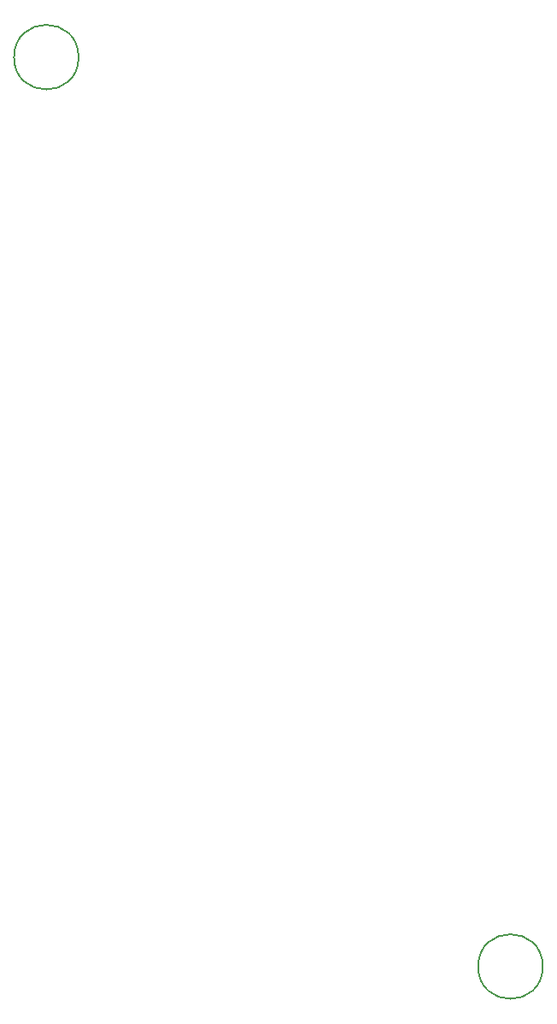
<source format=gbr>
%TF.GenerationSoftware,KiCad,Pcbnew,7.0.2*%
%TF.CreationDate,2025-02-17T11:53:53+00:00*%
%TF.ProjectId,stomp_00,73746f6d-705f-4303-902e-6b696361645f,rev?*%
%TF.SameCoordinates,Original*%
%TF.FileFunction,Other,Comment*%
%FSLAX46Y46*%
G04 Gerber Fmt 4.6, Leading zero omitted, Abs format (unit mm)*
G04 Created by KiCad (PCBNEW 7.0.2) date 2025-02-17 11:53:53*
%MOMM*%
%LPD*%
G01*
G04 APERTURE LIST*
%ADD10C,0.150000*%
G04 APERTURE END LIST*
D10*
%TO.C,H2*%
X53200000Y-98000000D02*
G75*
G03*
X53200000Y-98000000I-3200000J0D01*
G01*
%TO.C,H1*%
X7200000Y-8000000D02*
G75*
G03*
X7200000Y-8000000I-3200000J0D01*
G01*
%TD*%
M02*

</source>
